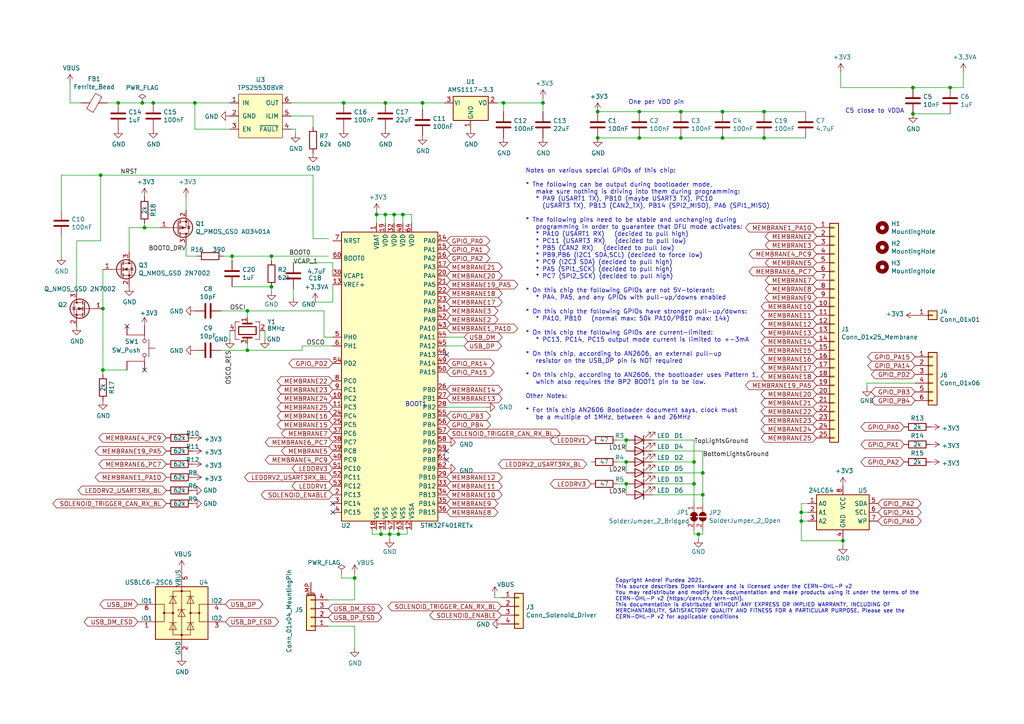
<source format=kicad_sch>
(kicad_sch (version 20221206) (generator eeschema)
  (paper "A4")
  (title_block (title "OverNumpad Controller"))
  (junction (at 29.845 89.535))
  (junction (at 44.45 29.845))
  (junction (at 185.42 40.005))
  (junction (at 197.485 40.005))
  (junction (at 209.55 32.385))
  (junction (at 78.74 83.185))
  (junction (at 122.555 29.845))
  (junction (at 181.61 133.985))
  (junction (at 146.05 29.845))
  (junction (at 116.84 62.23))
  (junction (at 221.615 40.005))
  (junction (at 275.59 25.4))
  (junction (at 203.835 143.51))
  (junction (at 67.31 74.295))
  (junction (at 29.845 107.315))
  (junction (at 173.355 40.005))
  (junction (at 203.835 137.16))
  (junction (at 181.61 140.335))
  (junction (at 99.695 29.845))
  (junction (at 41.275 29.845))
  (junction (at 110.49 154.94))
  (junction (at 78.74 74.295))
  (junction (at 232.41 151.13))
  (junction (at 201.295 140.335))
  (junction (at 197.485 32.385))
  (junction (at 111.76 62.23))
  (junction (at 157.48 29.845))
  (junction (at 115.57 154.94))
  (junction (at 201.295 133.985))
  (junction (at 185.42 32.385))
  (junction (at 71.755 90.17))
  (junction (at 244.475 156.845))
  (junction (at 109.22 62.23))
  (junction (at 181.61 127.635))
  (junction (at 221.615 32.385))
  (junction (at 71.755 101.6))
  (junction (at 209.55 40.005))
  (junction (at 114.3 62.23))
  (junction (at 56.515 29.845))
  (junction (at 202.565 154.94))
  (junction (at 111.76 29.845))
  (junction (at 232.41 148.59))
  (junction (at 173.355 32.385))
  (junction (at 34.29 29.845))
  (junction (at 264.795 25.4))
  (junction (at 264.795 33.02))
  (junction (at 41.91 66.04))
  (junction (at 102.87 167.64))
  (junction (at 29.21 50.8))
  (junction (at 113.03 154.94))
  (no_connect (at 41.91 107.315))
  (no_connect (at 96.52 148.59))
  (no_connect (at 129.54 130.81))
  (no_connect (at 129.54 102.87))
  (no_connect (at 96.52 146.05))
  (no_connect (at 129.54 133.35))
  (no_connect (at 36.83 94.615))
  (wire (pts (xy 111.76 29.845) (xy 122.555 29.845)))
  (wire (pts (xy 203.835 137.16) (xy 189.23 137.16)))
  (wire (pts (xy 22.225 84.455) (xy 22.225 69.85)))
  (wire (pts (xy 109.22 62.23) (xy 109.22 64.77)))
  (wire (pts (xy 201.295 127.635) (xy 201.295 133.985)))
  (wire (pts (xy 233.68 32.385) (xy 221.615 32.385)))
  (wire (pts (xy 93.98 90.17) (xy 93.98 97.79)))
  (wire (pts (xy 146.05 29.845) (xy 157.48 29.845)))
  (wire (pts (xy 109.22 61.595) (xy 109.22 62.23)))
  (wire (pts (xy 201.295 127.635) (xy 189.23 127.635)))
  (wire (pts (xy 44.45 29.845) (xy 56.515 29.845)))
  (wire (pts (xy 34.29 29.845) (xy 41.275 29.845)))
  (wire (pts (xy 232.41 156.845) (xy 244.475 156.845)))
  (wire (pts (xy 78.74 84.455) (xy 78.74 83.185)))
  (wire (pts (xy 107.95 154.94) (xy 107.95 153.035)))
  (wire (pts (xy 115.57 154.94) (xy 118.11 154.94)))
  (wire (pts (xy 96.52 100.33) (xy 87.63 100.33)))
  (wire (pts (xy 201.295 153.67) (xy 201.295 154.94)))
  (wire (pts (xy 232.41 148.59) (xy 232.41 151.13)))
  (wire (pts (xy 251.46 111.125) (xy 265.43 111.125)))
  (wire (pts (xy 113.03 154.94) (xy 110.49 154.94)))
  (wire (pts (xy 102.87 166.37) (xy 102.87 167.64)))
  (wire (pts (xy 78.74 74.295) (xy 95.25 74.295)))
  (wire (pts (xy 264.795 25.4) (xy 275.59 25.4)))
  (wire (pts (xy 41.91 66.04) (xy 41.91 64.77)))
  (wire (pts (xy 234.315 146.05) (xy 232.41 146.05)))
  (wire (pts (xy 102.87 181.61) (xy 95.25 181.61)))
  (wire (pts (xy 31.115 29.845) (xy 34.29 29.845)))
  (wire (pts (xy 203.835 143.51) (xy 203.835 137.16)))
  (wire (pts (xy 36.83 107.315) (xy 29.845 107.315)))
  (wire (pts (xy 144.145 29.845) (xy 146.05 29.845)))
  (wire (pts (xy 203.835 143.51) (xy 203.835 146.05)))
  (wire (pts (xy 197.485 32.385) (xy 185.42 32.385)))
  (wire (pts (xy 29.21 50.8) (xy 90.805 50.8)))
  (wire (pts (xy 119.38 64.77) (xy 119.38 62.23)))
  (wire (pts (xy 140.97 118.11) (xy 129.54 118.11)))
  (wire (pts (xy 189.23 143.51) (xy 203.835 143.51)))
  (wire (pts (xy 71.755 101.6) (xy 87.63 101.6)))
  (wire (pts (xy 181.61 137.16) (xy 181.61 133.985)))
  (wire (pts (xy 22.225 69.85) (xy 29.21 69.85)))
  (wire (pts (xy 232.41 151.13) (xy 234.315 151.13)))
  (wire (pts (xy 209.55 40.005) (xy 197.485 40.005)))
  (wire (pts (xy 85.725 37.465) (xy 85.725 38.735)))
  (wire (pts (xy 90.805 33.655) (xy 90.805 36.83)))
  (wire (pts (xy 221.615 32.385) (xy 209.55 32.385)))
  (wire (pts (xy 102.87 167.64) (xy 99.06 167.64)))
  (wire (pts (xy 129.54 97.79) (xy 134.62 97.79)))
  (wire (pts (xy 29.21 69.85) (xy 29.21 50.8)))
  (wire (pts (xy 243.84 25.4) (xy 264.795 25.4)))
  (wire (pts (xy 114.3 62.23) (xy 114.3 64.77)))
  (wire (pts (xy 78.74 75.565) (xy 78.74 74.295)))
  (wire (pts (xy 110.49 154.94) (xy 107.95 154.94)))
  (wire (pts (xy 41.91 66.04) (xy 46.355 66.04)))
  (wire (pts (xy 56.515 37.465) (xy 66.675 37.465)))
  (wire (pts (xy 90.805 69.215) (xy 95.25 69.215)))
  (wire (pts (xy 115.57 154.94) (xy 113.03 154.94)))
  (wire (pts (xy 99.06 166.37) (xy 99.06 167.64)))
  (wire (pts (xy 189.23 130.81) (xy 203.835 130.81)))
  (wire (pts (xy 64.135 90.17) (xy 71.755 90.17)))
  (wire (pts (xy 232.41 148.59) (xy 234.315 148.59)))
  (wire (pts (xy 29.845 107.315) (xy 29.845 89.535)))
  (wire (pts (xy 244.475 156.845) (xy 244.475 156.21)))
  (wire (pts (xy 264.795 33.02) (xy 275.59 33.02)))
  (wire (pts (xy 37.465 73.025) (xy 37.465 66.04)))
  (wire (pts (xy 244.475 158.115) (xy 244.475 156.845)))
  (wire (pts (xy 201.295 133.985) (xy 201.295 140.335)))
  (wire (pts (xy 53.975 57.15) (xy 53.975 60.96)))
  (wire (pts (xy 203.835 130.81) (xy 203.835 137.16)))
  (wire (pts (xy 134.62 100.33) (xy 129.54 100.33)))
  (wire (pts (xy 275.59 25.4) (xy 279.4 25.4)))
  (wire (pts (xy 29.845 108.585) (xy 29.845 107.315)))
  (wire (pts (xy 71.755 99.695) (xy 71.755 101.6)))
  (wire (pts (xy 113.03 153.035) (xy 113.03 154.94)))
  (wire (pts (xy 181.61 127.635) (xy 179.07 127.635)))
  (wire (pts (xy 37.465 66.04) (xy 41.91 66.04)))
  (wire (pts (xy 146.05 32.385) (xy 146.05 29.845)))
  (wire (pts (xy 114.3 62.23) (xy 116.84 62.23)))
  (wire (pts (xy 85.09 83.82) (xy 85.09 86.36)))
  (wire (pts (xy 243.84 25.4) (xy 243.84 20.955)))
  (wire (pts (xy 233.68 40.005) (xy 221.615 40.005)))
  (wire (pts (xy 90.805 50.8) (xy 90.805 69.215)))
  (wire (pts (xy 122.555 29.845) (xy 128.905 29.845)))
  (wire (pts (xy 111.76 62.23) (xy 111.76 64.77)))
  (wire (pts (xy 179.07 133.985) (xy 181.61 133.985)))
  (wire (pts (xy 41.275 29.845) (xy 44.45 29.845)))
  (wire (pts (xy 84.455 33.655) (xy 90.805 33.655)))
  (wire (pts (xy 181.61 130.81) (xy 181.61 127.635)))
  (wire (pts (xy 56.515 29.845) (xy 56.515 37.465)))
  (wire (pts (xy 110.49 153.035) (xy 110.49 154.94)))
  (wire (pts (xy 185.42 32.385) (xy 173.355 32.385)))
  (wire (pts (xy 181.61 143.51) (xy 181.61 140.335)))
  (wire (pts (xy 201.295 154.94) (xy 202.565 154.94)))
  (wire (pts (xy 84.455 37.465) (xy 85.725 37.465)))
  (wire (pts (xy 181.61 140.335) (xy 179.07 140.335)))
  (wire (pts (xy 96.52 87.63) (xy 96.52 82.55)))
  (wire (pts (xy 17.78 50.8) (xy 29.21 50.8)))
  (wire (pts (xy 66.675 95.885) (xy 66.675 98.425)))
  (wire (pts (xy 71.755 90.17) (xy 93.98 90.17)))
  (wire (pts (xy 279.4 25.4) (xy 279.4 20.955)))
  (wire (pts (xy 17.78 74.295) (xy 17.78 68.58)))
  (wire (pts (xy 71.755 92.075) (xy 71.755 90.17)))
  (wire (pts (xy 251.46 112.395) (xy 251.46 111.125)))
  (wire (pts (xy 96.52 76.2) (xy 85.09 76.2)))
  (wire (pts (xy 109.22 62.23) (xy 111.76 62.23)))
  (wire (pts (xy 95.25 173.99) (xy 102.87 173.99)))
  (wire (pts (xy 102.87 181.61) (xy 102.87 187.96)))
  (wire (pts (xy 143.51 173.355) (xy 145.415 173.355)))
  (wire (pts (xy 87.63 100.33) (xy 87.63 101.6)))
  (wire (pts (xy 116.84 62.23) (xy 119.38 62.23)))
  (wire (pts (xy 157.48 29.845) (xy 157.48 28.575)))
  (wire (pts (xy 20.32 29.845) (xy 23.495 29.845)))
  (wire (pts (xy 102.87 167.64) (xy 102.87 173.99)))
  (wire (pts (xy 96.52 97.79) (xy 93.98 97.79)))
  (wire (pts (xy 67.31 75.565) (xy 67.31 74.295)))
  (wire (pts (xy 84.455 29.845) (xy 99.695 29.845)))
  (wire (pts (xy 99.695 29.845) (xy 111.76 29.845)))
  (wire (pts (xy 202.565 154.94) (xy 203.835 154.94)))
  (wire (pts (xy 113.03 156.21) (xy 113.03 154.94)))
  (wire (pts (xy 53.975 74.295) (xy 53.975 71.12)))
  (wire (pts (xy 122.555 31.75) (xy 122.555 29.845)))
  (wire (pts (xy 57.15 74.295) (xy 53.975 74.295)))
  (wire (pts (xy 201.295 133.985) (xy 189.23 133.985)))
  (wire (pts (xy 232.41 146.05) (xy 232.41 148.59)))
  (wire (pts (xy 96.52 80.01) (xy 96.52 76.2)))
  (wire (pts (xy 157.48 32.385) (xy 157.48 29.845)))
  (wire (pts (xy 67.31 83.185) (xy 78.74 83.185)))
  (wire (pts (xy 202.565 156.21) (xy 202.565 154.94)))
  (wire (pts (xy 209.55 32.385) (xy 197.485 32.385)))
  (wire (pts (xy 201.295 140.335) (xy 189.23 140.335)))
  (wire (pts (xy 17.78 50.8) (xy 17.78 60.96)))
  (wire (pts (xy 91.44 87.63) (xy 96.52 87.63)))
  (wire (pts (xy 197.485 40.005) (xy 185.42 40.005)))
  (wire (pts (xy 29.845 78.105) (xy 29.845 89.535)))
  (wire (pts (xy 115.57 153.035) (xy 115.57 154.94)))
  (wire (pts (xy 64.77 74.295) (xy 67.31 74.295)))
  (wire (pts (xy 76.835 95.885) (xy 76.835 98.425)))
  (wire (pts (xy 221.615 40.005) (xy 209.55 40.005)))
  (wire (pts (xy 203.835 154.94) (xy 203.835 153.67)))
  (wire (pts (xy 143.51 172.72) (xy 143.51 173.355)))
  (wire (pts (xy 64.135 101.6) (xy 71.755 101.6)))
  (wire (pts (xy 20.32 24.13) (xy 20.32 29.845)))
  (wire (pts (xy 116.84 62.23) (xy 116.84 64.77)))
  (wire (pts (xy 118.11 154.94) (xy 118.11 153.035)))
  (wire (pts (xy 111.76 62.23) (xy 114.3 62.23)))
  (wire (pts (xy 232.41 151.13) (xy 232.41 156.845)))
  (wire (pts (xy 185.42 40.005) (xy 173.355 40.005)))
  (wire (pts (xy 67.31 74.295) (xy 78.74 74.295)))
  (wire (pts (xy 201.295 146.05) (xy 201.295 140.335)))
  (wire (pts (xy 56.515 29.845) (xy 66.675 29.845)))
  (text "C5 close to VDDA" (at 245.11 33.02 0) (effects (font (size 1.27 1.27)) (justify left bottom)))
  (text "One per VDD pin" (at 182.245 30.48 0) (effects (font (size 1.27 1.27)) (justify left bottom)))
  (text "Notes on various special GPIOs of this chip:\n\n* The following can be output during bootloader mode,\n   make sure nothing is driving into them during programming:\n   * PA9 (USART1 TX), PB10 (maybe USART3 TX), PC10\n     (USART3 TX), PB13 (CAN2_TX), PB14 (SPI2_MISO), PA6 (SPI1_MISO)\n\n* The following pins need to be stable and unchanging during\n   programming in order to guarantee that DFU mode activates:\n   * PA10 (USART1 RX)   (decided to pull high)\n   * PC11 (USART3 RX)   (decided to pull low)\n   * PB5 (CAN2 RX)   (decided to pull low)\n   * PB9,PB6 (I2C1 SDA,SCL) (decided to force low)\n   * PC9 (I2C3 SDA) (decided to pull high)\n   * PA5 (SPI1_SCK) (decided to pull high)\n   * PC7 (SPI2_SCK) (decided to pull high)\n\n* On this chip the following GPIOs are not 5V-tolerant:\n   * PA4, PA5, and any GPIOs with pull-up/downs enabled\n\n* On this chip the following GPIOs have stronger pull-up/downs:\n   * PA10, PB10   (normal max: 50k PA10/PB10 max: 14k)\n\n* On this chip the following GPIOs are current-limited:\n   * PC13, PC14, PC15 output mode current is limited to +-3mA\n\n* On this chip, according to AN2606, an external pull-up\n   resistor on the USB_DP pin is NOT required\n\n* On this chip, according to AN2606, the bootloader uses Pattern 1,\n   which also requires the BP2 BOOT1 pin to be low.\n\nOther Notes:\n\n* For this chip AN2606 Bootloader document says, clock must\n   be a multiple of 1MHz, between 4 and 26MHz\n" (at 152.4 121.92 0) (effects (font (size 1.27 1.27)) (justify left bottom)))
  (text "BOOT1" (at 117.475 118.11 0) (effects (font (size 1.27 1.27)) (justify left bottom)))
  (text "Copyright Andrei Purdea 2021.\nThis source describes Open Hardware and is licensed under the CERN-OHL-P v2\nYou may redistribute and modify this documentation and make products using it under the terms of the\nCERN-OHL-P v2 (https:/cern.ch/cern-ohl).\nThis documentation is distributed WITHOUT ANY EXPRESS OR IMPLIED WARRANTY, INCLUDING OF\nMERCHANTABILITY, SATISFACTORY QUALITY AND FITNESS FOR A PARTICULAR PURPOSE. Please see the\nCERN-OHL-P v2 for applicable conditions" (at 178.435 179.705 0) (effects (font (size 1.0922 1.0922)) (justify left bottom)))
  (label "BOOT0_DRV" (at 53.975 73.025 180))
  (label "OSCI" (at 66.675 90.17 0))
  (label "NRST" (at 34.925 50.8 0))
  (label "LD3R" (at 181.61 143.51 180))
  (label "LD2R" (at 181.61 137.16 180))
  (label "LD1R" (at 181.61 130.81 180))
  (label "TopLightsGround" (at 201.295 128.905 0))
  (label "VCAP_1" (at 85.09 76.835 0))
  (label "BottomLightsGround" (at 203.835 132.715 0))
  (label "OSCO" (at 88.9 100.33 0))
  (label "OSCO_RES" (at 67.31 101.6 270))
  (label "BOOT0" (at 83.82 74.295 0))
  (global_label "MEMBRANE10" (shape bidirectional) (at 129.54 143.51 0) (property "Intersheetrefs" "${INTERSHEET_REFS}" (effects hide)))
  (global_label "USB_DP" (shape bidirectional) (at 134.62 100.33 0) (property "Intersheetrefs" "${INTERSHEET_REFS}" (effects hide)))
  (global_label "MEMBRANE3" (shape bidirectional) (at 236.855 71.12 180) (property "Intersheetrefs" "${INTERSHEET_REFS}" (effects hide)))
  (global_label "MEMBRANE6_PC7" (shape bidirectional) (at 96.52 128.27 180) (property "Intersheetrefs" "${INTERSHEET_REFS}" (effects hide)))
  (global_label "MEMBRANE24" (shape bidirectional) (at 236.855 124.46 180) (property "Intersheetrefs" "${INTERSHEET_REFS}" (effects hide)))
  (global_label "USB_DP" (shape bidirectional) (at 65.405 175.26 0) (property "Intersheetrefs" "${INTERSHEET_REFS}" (effects hide)))
  (global_label "MEMBRANE1_PA10" (shape bidirectional) (at 236.855 66.04 180) (property "Intersheetrefs" "${INTERSHEET_REFS}" (effects hide)))
  (global_label "SOLENOID_TRIGGER_CAN_RX_BL" (shape bidirectional) (at 129.54 125.73 0) (property "Intersheetrefs" "${INTERSHEET_REFS}" (effects hide)))
  (global_label "MEMBRANE5" (shape bidirectional) (at 236.855 76.2 180) (property "Intersheetrefs" "${INTERSHEET_REFS}" (effects hide)))
  (global_label "GPIO_PA2" (shape bidirectional) (at 262.255 133.985 180) (property "Intersheetrefs" "${INTERSHEET_REFS}" (effects hide)))
  (global_label "USB_DP_ESD" (shape bidirectional) (at 95.25 179.07 0) (property "Intersheetrefs" "${INTERSHEET_REFS}" (effects hide)))
  (global_label "GPIO_PB3" (shape bidirectional) (at 129.54 120.65 0) (property "Intersheetrefs" "${INTERSHEET_REFS}" (effects hide)))
  (global_label "LEDDRV2_USART3RX_BL" (shape bidirectional) (at 170.18 134.62 180) (property "Intersheetrefs" "${INTERSHEET_REFS}" (effects hide)))
  (global_label "MEMBRANE19_PA5" (shape bidirectional) (at 129.54 82.55 0) (property "Intersheetrefs" "${INTERSHEET_REFS}" (effects hide)))
  (global_label "MEMBRANE17" (shape bidirectional) (at 129.54 87.63 0) (property "Intersheetrefs" "${INTERSHEET_REFS}" (effects hide)))
  (global_label "MEMBRANE18" (shape bidirectional) (at 236.855 109.22 180) (property "Intersheetrefs" "${INTERSHEET_REFS}" (effects hide)))
  (global_label "MEMBRANE20" (shape bidirectional) (at 129.54 80.01 0) (property "Intersheetrefs" "${INTERSHEET_REFS}" (effects hide)))
  (global_label "GPIO_PA0" (shape bidirectional) (at 254.635 151.13 0) (property "Intersheetrefs" "${INTERSHEET_REFS}" (effects hide)))
  (global_label "MEMBRANE22" (shape bidirectional) (at 236.855 119.38 180) (property "Intersheetrefs" "${INTERSHEET_REFS}" (effects hide)))
  (global_label "USB_DM" (shape bidirectional) (at 40.005 175.26 180) (property "Intersheetrefs" "${INTERSHEET_REFS}" (effects hide)))
  (global_label "MEMBRANE6_PC7" (shape bidirectional) (at 48.26 134.62 180) (property "Intersheetrefs" "${INTERSHEET_REFS}" (effects hide)))
  (global_label "MEMBRANE21" (shape bidirectional) (at 129.54 77.47 0) (property "Intersheetrefs" "${INTERSHEET_REFS}" (effects hide)))
  (global_label "MEMBRANE9" (shape bidirectional) (at 236.855 86.36 180) (property "Intersheetrefs" "${INTERSHEET_REFS}" (effects hide)))
  (global_label "SOLENOID_ENABLE" (shape bidirectional) (at 145.415 178.435 180) (property "Intersheetrefs" "${INTERSHEET_REFS}" (effects hide)))
  (global_label "MEMBRANE14" (shape bidirectional) (at 236.855 99.06 180) (property "Intersheetrefs" "${INTERSHEET_REFS}" (effects hide)))
  (global_label "MEMBRANE1_PA10" (shape bidirectional) (at 129.54 95.25 0) (property "Intersheetrefs" "${INTERSHEET_REFS}" (effects hide)))
  (global_label "MEMBRANE17" (shape bidirectional) (at 236.855 106.68 180) (property "Intersheetrefs" "${INTERSHEET_REFS}" (effects hide)))
  (global_label "GPIO_PA15" (shape bidirectional) (at 265.43 103.505 180) (property "Intersheetrefs" "${INTERSHEET_REFS}" (effects hide)))
  (global_label "MEMBRANE13" (shape bidirectional) (at 236.855 96.52 180) (property "Intersheetrefs" "${INTERSHEET_REFS}" (effects hide)))
  (global_label "GPIO_PA0" (shape bidirectional) (at 129.54 69.85 0) (property "Intersheetrefs" "${INTERSHEET_REFS}" (effects hide)))
  (global_label "LEDDRV2_USART3RX_BL" (shape bidirectional) (at 96.52 138.43 180) (property "Intersheetrefs" "${INTERSHEET_REFS}" (effects hide)))
  (global_label "MEMBRANE25" (shape bidirectional) (at 236.855 127 180) (property "Intersheetrefs" "${INTERSHEET_REFS}" (effects hide)))
  (global_label "MEMBRANE1_PA10" (shape bidirectional) (at 48.26 138.43 180) (property "Intersheetrefs" "${INTERSHEET_REFS}" (effects hide)))
  (global_label "GPIO_PA14" (shape bidirectional) (at 265.43 106.045 180) (property "Intersheetrefs" "${INTERSHEET_REFS}" (effects hide)))
  (global_label "LEDDRV3" (shape bidirectional) (at 171.45 140.335 180) (property "Intersheetrefs" "${INTERSHEET_REFS}" (effects hide)))
  (global_label "MEMBRANE21" (shape bidirectional) (at 236.855 116.84 180) (property "Intersheetrefs" "${INTERSHEET_REFS}" (effects hide)))
  (global_label "MEMBRANE15" (shape bidirectional) (at 96.52 123.19 180) (property "Intersheetrefs" "${INTERSHEET_REFS}" (effects hide)))
  (global_label "MEMBRANE2" (shape bidirectional) (at 129.54 92.71 0) (property "Intersheetrefs" "${INTERSHEET_REFS}" (effects hide)))
  (global_label "MEMBRANE19_PA5" (shape bidirectional) (at 236.855 111.76 180) (property "Intersheetrefs" "${INTERSHEET_REFS}" (effects hide)))
  (global_label "MEMBRANE14" (shape bidirectional) (at 129.54 113.03 0) (property "Intersheetrefs" "${INTERSHEET_REFS}" (effects hide)))
  (global_label "MEMBRANE8" (shape bidirectional) (at 236.855 83.82 180) (property "Intersheetrefs" "${INTERSHEET_REFS}" (effects hide)))
  (global_label "GPIO_PB4" (shape bidirectional) (at 129.54 123.19 0) (property "Intersheetrefs" "${INTERSHEET_REFS}" (effects hide)))
  (global_label "MEMBRANE24" (shape bidirectional) (at 96.52 115.57 180) (property "Intersheetrefs" "${INTERSHEET_REFS}" (effects hide)))
  (global_label "GPIO_PA2" (shape bidirectional) (at 129.54 74.93 0) (property "Intersheetrefs" "${INTERSHEET_REFS}" (effects hide)))
  (global_label "GPIO_PD2" (shape bidirectional) (at 265.43 108.585 180) (property "Intersheetrefs" "${INTERSHEET_REFS}" (effects hide)))
  (global_label "MEMBRANE16" (shape bidirectional) (at 236.855 104.14 180) (property "Intersheetrefs" "${INTERSHEET_REFS}" (effects hide)))
  (global_label "MEMBRANE11" (shape bidirectional) (at 129.54 140.97 0) (property "Intersheetrefs" "${INTERSHEET_REFS}" (effects hide)))
  (global_label "LEDDRV3" (shape bidirectional) (at 96.52 135.89 180) (property "Intersheetrefs" "${INTERSHEET_REFS}" (effects hide)))
  (global_label "GPIO_PB4" (shape bidirectional) (at 265.43 116.205 180) (property "Intersheetrefs" "${INTERSHEET_REFS}" (effects hide)))
  (global_label "MEMBRANE23" (shape bidirectional) (at 96.52 113.03 180) (property "Intersheetrefs" "${INTERSHEET_REFS}" (effects hide)))
  (global_label "MEMBRANE12" (shape bidirectional) (at 236.855 93.98 180) (property "Intersheetrefs" "${INTERSHEET_REFS}" (effects hide)))
  (global_label "SOLENOID_ENABLE" (shape bidirectional) (at 96.52 143.51 180) (property "Intersheetrefs" "${INTERSHEET_REFS}" (effects hide)))
  (global_label "MEMBRANE7" (shape bidirectional) (at 236.855 81.28 180) (property "Intersheetrefs" "${INTERSHEET_REFS}" (effects hide)))
  (global_label "MEMBRANE4_PC9" (shape bidirectional) (at 48.26 127 180) (property "Intersheetrefs" "${INTERSHEET_REFS}" (effects hide)))
  (global_label "SOLENOID_TRIGGER_CAN_RX_BL" (shape bidirectional) (at 48.26 146.05 180) (property "Intersheetrefs" "${INTERSHEET_REFS}" (effects hide)))
  (global_label "LEDDRV2_USART3RX_BL" (shape bidirectional) (at 48.26 142.24 180) (property "Intersheetrefs" "${INTERSHEET_REFS}" (effects hide)))
  (global_label "MEMBRANE22" (shape bidirectional) (at 96.52 110.49 180) (property "Intersheetrefs" "${INTERSHEET_REFS}" (effects hide)))
  (global_label "GPIO_PD2" (shape bidirectional) (at 96.52 105.41 180) (property "Intersheetrefs" "${INTERSHEET_REFS}" (effects hide)))
  (global_label "USB_DM_ESD" (shape bidirectional) (at 95.25 176.53 0) (property "Intersheetrefs" "${INTERSHEET_REFS}" (effects hide)))
  (global_label "LEDDRV1" (shape bidirectional) (at 171.45 127.635 180) (property "Intersheetrefs" "${INTERSHEET_REFS}" (effects hide)))
  (global_label "MEMBRANE5" (shape bidirectional) (at 96.52 130.81 180) (property "Intersheetrefs" "${INTERSHEET_REFS}" (effects hide)))
  (global_label "USB_DM_ESD" (shape bidirectional) (at 40.005 180.34 180) (property "Intersheetrefs" "${INTERSHEET_REFS}" (effects hide)))
  (global_label "MEMBRANE10" (shape bidirectional) (at 236.855 88.9 180) (property "Intersheetrefs" "${INTERSHEET_REFS}" (effects hide)))
  (global_label "MEMBRANE2" (shape bidirectional) (at 236.855 68.58 180) (property "Intersheetrefs" "${INTERSHEET_REFS}" (effects hide)))
  (global_label "MEMBRANE11" (shape bidirectional) (at 236.855 91.44 180) (property "Intersheetrefs" "${INTERSHEET_REFS}" (effects hide)))
  (global_label "USB_DM" (shape bidirectional) (at 134.62 97.79 0) (property "Intersheetrefs" "${INTERSHEET_REFS}" (effects hide)))
  (global_label "SOLENOID_TRIGGER_CAN_RX_BL" (shape bidirectional) (at 145.415 175.895 180) (property "Intersheetrefs" "${INTERSHEET_REFS}" (effects hide)))
  (global_label "GPIO_PA1" (shape bidirectional) (at 129.54 72.39 0) (property "Intersheetrefs" "${INTERSHEET_REFS}" (effects hide)))
  (global_label "GPIO_PA15" (shape bidirectional) (at 129.54 107.95 0) (property "Intersheetrefs" "${INTERSHEET_REFS}" (effects hide)))
  (global_label "MEMBRANE23" (shape bidirectional) (at 236.855 121.92 180) (property "Intersheetrefs" "${INTERSHEET_REFS}" (effects hide)))
  (global_label "USB_DP_ESD" (shape bidirectional) (at 65.405 180.34 0) (property "Intersheetrefs" "${INTERSHEET_REFS}" (effects hide)))
  (global_label "MEMBRANE8" (shape bidirectional) (at 129.54 148.59 0) (property "Intersheetrefs" "${INTERSHEET_REFS}" (effects hide)))
  (global_label "GPIO_PA1" (shape bidirectional) (at 254.635 148.59 0) (property "Intersheetrefs" "${INTERSHEET_REFS}" (effects hide)))
  (global_label "MEMBRANE25" (shape bidirectional) (at 96.52 118.11 180) (property "Intersheetrefs" "${INTERSHEET_REFS}" (effects hide)))
  (global_label "LEDDRV1" (shape bidirectional) (at 96.52 140.97 180) (property "Intersheetrefs" "${INTERSHEET_REFS}" (effects hide)))
  (global_label "MEMBRANE16" (shape bidirectional) (at 96.52 120.65 180) (property "Intersheetrefs" "${INTERSHEET_REFS}" (effects hide)))
  (global_label "MEMBRANE20" (shape bidirectional) (at 236.855 114.3 180) (property "Intersheetrefs" "${INTERSHEET_REFS}" (effects hide)))
  (global_label "GPIO_PA1" (shape bidirectional) (at 262.255 128.905 180) (property "Intersheetrefs" "${INTERSHEET_REFS}" (effects hide)))
  (global_label "MEMBRANE15" (shape bidirectional) (at 236.855 101.6 180) (property "Intersheetrefs" "${INTERSHEET_REFS}" (effects hide)))
  (global_label "MEMBRANE13" (shape bidirectional) (at 129.54 115.57 0) (property "Intersheetrefs" "${INTERSHEET_REFS}" (effects hide)))
  (global_label "GPIO_PB3" (shape bidirectional) (at 265.43 113.665 180) (property "Intersheetrefs" "${INTERSHEET_REFS}" (effects hide)))
  (global_label "MEMBRANE19_PA5" (shape bidirectional) (at 48.26 130.81 180) (property "Intersheetrefs" "${INTERSHEET_REFS}" (effects hide)))
  (global_label "MEMBRANE7" (shape bidirectional) (at 96.52 125.73 180) (property "Intersheetrefs" "${INTERSHEET_REFS}" (effects hide)))
  (global_label "MEMBRANE12" (shape bidirectional) (at 129.54 138.43 0) (property "Intersheetrefs" "${INTERSHEET_REFS}" (effects hide)))
  (global_label "MEMBRANE6_PC7" (shape bidirectional) (at 236.855 78.74 180) (property "Intersheetrefs" "${INTERSHEET_REFS}" (effects hide)))
  (global_label "MEMBRANE4_PC9" (shape bidirectional) (at 96.52 133.35 180) (property "Intersheetrefs" "${INTERSHEET_REFS}" (effects hide)))
  (global_label "GPIO_PA14" (shape bidirectional) (at 129.54 105.41 0) (property "Intersheetrefs" "${INTERSHEET_REFS}" (effects hide)))
  (global_label "MEMBRANE18" (shape bidirectional) (at 129.54 85.09 0) (property "Intersheetrefs" "${INTERSHEET_REFS}" (effects hide)))
  (global_label "MEMBRANE3" (shape bidirectional) (at 129.54 90.17 0) (property "Intersheetrefs" "${INTERSHEET_REFS}" (effects hide)))
  (global_label "MEMBRANE4_PC9" (shape bidirectional) (at 236.855 73.66 180) (property "Intersheetrefs" "${INTERSHEET_REFS}" (effects hide)))
  (global_label "MEMBRANE9" (shape bidirectional) (at 129.54 146.05 0) (property "Intersheetrefs" "${INTERSHEET_REFS}" (effects hide)))
  (global_label "GPIO_PA0" (shape bidirectional) (at 262.255 123.825 180) (property "Intersheetrefs" "${INTERSHEET_REFS}" (effects hide)))
  (global_label "GPIO_PA2" (shape bidirectional) (at 254.635 146.05 0) (property "Intersheetrefs" "${INTERSHEET_REFS}" (effects hide)))
  (symbol (lib_id "controller-rescue:Conn_01x25-Connector_Generic") (at 241.935 96.52 0) (unit 1)
    (property "Reference" "J1" (at 243.967 95.4532 0) (effects (justify left)))
    (property "Value" "Conn_01x25_Membrane" (at 243.967 97.7646 0) (effects (justify left)))
    (property "Footprint" "controller:membrane_connector" (effects hide))
  )
  (symbol (lib_id "controller-rescue:AMS1117-3.3-Regulator_Linear") (at 136.525 29.845 0) (unit 1)
    (property "Reference" "U1" (at 136.525 23.6982 0))
    (property "Value" "AMS1117-3.3" (at 136.525 26.0096 0))
    (property "Footprint" "Package_TO_SOT_SMD:SOT-223-3_TabPin2" (effects hide))
    (property "Datasheet" "http://www.advanced-monolithic.com/pdf/ds1117.pdf" (effects hide))
    (property "LCSC" "C6186" (effects hide))
  )
  (symbol (lib_id "controller-rescue:Ferrite_Bead-Device") (at 27.305 29.845 270) (unit 1)
    (property "Reference" "FB1" (at 27.305 22.8854 90))
    (property "Value" "Ferrite_Bead" (at 27.305 25.1968 90))
    (property "Footprint" "Inductor_SMD:L_0805_2012Metric_Pad1.15x1.40mm_HandSolder" (effects hide))
    (property "Datasheet" "https://datasheet.lcsc.com/szlcsc/Sunlord-GZ2012D101TF_C1015.pdf" (effects hide))
    (property "LCSC" "C1015" (effects hide))
  )
  (symbol (lib_id "Device:R") (at 175.26 127.635 270) (unit 1)
    (property "Reference" "R3" (at 179.705 126.365 90))
    (property "Value" "47" (at 175.26 127.635 90))
    (property "Footprint" "Resistor_SMD:R_0805_2012Metric_Pad1.15x1.40mm_HandSolder" (effects hide))
    (property "LCSC" "C17714" (effects hide))
  )
  (symbol (lib_id "controller-rescue:+3.3V-power") (at 109.22 61.595 0) (unit 1)
    (property "Reference" "#PWR01" (effects hide))
    (property "Value" "+3.3V" (at 109.601 57.2008 0))
  )
  (symbol (lib_id "Device:R") (at 175.26 133.985 270) (unit 1)
    (property "Reference" "R4" (at 179.705 132.715 90))
    (property "Value" "47" (at 175.26 133.985 90))
    (property "Footprint" "Resistor_SMD:R_0805_2012Metric_Pad1.15x1.40mm_HandSolder" (effects hide))
    (property "LCSC" "C17714" (effects hide))
  )
  (symbol (lib_id "Device:R") (at 175.26 140.335 270) (unit 1)
    (property "Reference" "R5" (at 179.705 139.065 90))
    (property "Value" "47" (at 175.26 140.335 90))
    (property "Footprint" "Resistor_SMD:R_0805_2012Metric_Pad1.15x1.40mm_HandSolder" (effects hide))
    (property "LCSC" "C17714" (effects hide))
  )
  (symbol (lib_id "Device:LED") (at 185.42 127.635 180) (unit 1)
    (property "Reference" "D1" (at 196.85 126.365 0))
    (property "Value" "LED" (at 192.405 126.365 0))
    (property "Footprint" "LED_SMD:LED_0805_2012Metric_Pad1.15x1.40mm_HandSolder" (effects hide))
    (property "Datasheet" "https://datasheet.lcsc.com/szlcsc/Hubei-KENTO-Elec-17-21SUYC-TR8_C2296.pdf" (effects hide))
    (property "LCSC" "C2296" (effects hide))
  )
  (symbol (lib_id "Device:C") (at 173.355 36.195 0) (unit 1)
    (property "Reference" "C1" (at 176.276 35.0266 0) (effects (justify left)))
    (property "Value" "100nF" (at 176.276 37.338 0) (effects (justify left)))
    (property "Footprint" "Capacitor_SMD:C_0805_2012Metric_Pad1.15x1.40mm_HandSolder" (effects hide))
    (property "LCSC" "C49678" (effects hide))
  )
  (symbol (lib_id "controller-rescue:+3.3V-power") (at 173.355 32.385 0) (unit 1)
    (property "Reference" "#PWR02" (effects hide))
    (property "Value" "+3.3V" (at 173.736 27.9908 0))
  )
  (symbol (lib_id "controller-rescue:GND-power") (at 173.355 40.005 0) (unit 1)
    (property "Reference" "#PWR03" (effects hide))
    (property "Value" "GND" (at 173.482 44.3992 0))
  )
  (symbol (lib_id "Device:C") (at 185.42 36.195 0) (unit 1)
    (property "Reference" "C2" (at 188.341 35.0266 0) (effects (justify left)))
    (property "Value" "100nF" (at 188.341 37.338 0) (effects (justify left)))
    (property "Footprint" "Capacitor_SMD:C_0805_2012Metric_Pad1.15x1.40mm_HandSolder" (effects hide))
    (property "LCSC" "C49678" (effects hide))
  )
  (symbol (lib_id "Device:C") (at 197.485 36.195 0) (unit 1)
    (property "Reference" "C3" (at 200.406 35.0266 0) (effects (justify left)))
    (property "Value" "100nF" (at 200.406 37.338 0) (effects (justify left)))
    (property "Footprint" "Capacitor_SMD:C_0805_2012Metric_Pad1.15x1.40mm_HandSolder" (effects hide))
    (property "LCSC" "C49678" (effects hide))
  )
  (symbol (lib_id "Device:C") (at 209.55 36.195 0) (unit 1)
    (property "Reference" "C4" (at 212.471 35.0266 0) (effects (justify left)))
    (property "Value" "100nF" (at 212.471 37.338 0) (effects (justify left)))
    (property "Footprint" "Capacitor_SMD:C_0805_2012Metric_Pad1.15x1.40mm_HandSolder" (effects hide))
    (property "LCSC" "C49678" (effects hide))
  )
  (symbol (lib_id "Device:LED") (at 185.42 133.985 180) (unit 1)
    (property "Reference" "D2" (at 196.85 132.715 0))
    (property "Value" "LED" (at 192.405 132.715 0))
    (property "Footprint" "LED_SMD:LED_0805_2012Metric_Pad1.15x1.40mm_HandSolder" (effects hide))
    (property "Datasheet" "https://datasheet.lcsc.com/szlcsc/Hubei-KENTO-Elec-17-21SUYC-TR8_C2296.pdf" (effects hide))
    (property "LCSC" "C2296" (effects hide))
  )
  (symbol (lib_id "Device:LED") (at 185.42 140.335 180) (unit 1)
    (property "Reference" "D3" (at 196.85 139.065 0))
    (property "Value" "LED" (at 192.405 139.065 0))
    (property "Footprint" "LED_SMD:LED_0805_2012Metric_Pad1.15x1.40mm_HandSolder" (effects hide))
    (property "Datasheet" "https://datasheet.lcsc.com/szlcsc/Hubei-KENTO-Elec-17-21SUYC-TR8_C2296.pdf" (effects hide))
    (property "LCSC" "C2296" (effects hide))
  )
  (symbol (lib_id "controller-rescue:+3.3V-power") (at 243.84 20.955 0) (unit 1)
    (property "Reference" "#PWR04" (effects hide))
    (property "Value" "+3.3V" (at 244.221 16.5608 0))
  )
  (symbol (lib_id "Device:C") (at 264.795 29.21 0) (unit 1)
    (property "Reference" "C5" (at 267.716 28.0416 0) (effects (justify left)))
    (property "Value" "10nF" (at 267.716 30.353 0) (effects (justify left)))
    (property "Footprint" "Capacitor_SMD:C_0805_2012Metric_Pad1.15x1.40mm_HandSolder" (effects hide))
    (property "LCSC" "C1710" (effects hide))
  )
  (symbol (lib_id "Device:C") (at 275.59 29.21 0) (unit 1)
    (property "Reference" "C6" (at 278.511 28.0416 0) (effects (justify left)))
    (property "Value" "1uF" (at 278.511 30.353 0) (effects (justify left)))
    (property "Footprint" "Capacitor_SMD:C_0805_2012Metric_Pad1.15x1.40mm_HandSolder" (effects hide))
    (property "LCSC" "C28323" (effects hide))
  )
  (symbol (lib_id "controller-rescue:GND-power") (at 264.795 33.02 0) (unit 1)
    (property "Reference" "#PWR05" (effects hide))
    (property "Value" "GND" (at 264.922 37.4142 0))
  )
  (symbol (lib_id "controller-rescue:+3.3VA-power") (at 279.4 20.955 0) (unit 1)
    (property "Reference" "#PWR06" (effects hide))
    (property "Value" "+3.3VA" (at 279.781 16.5608 0))
  )
  (symbol (lib_id "controller-rescue:+3.3VA-power") (at 91.44 87.63 0) (unit 1)
    (property "Reference" "#PWR012" (effects hide))
    (property "Value" "+3.3VA" (at 91.821 83.2358 0))
  )
  (symbol (lib_id "controller-rescue:GND-power") (at 113.03 156.21 0) (unit 1)
    (property "Reference" "#PWR011" (effects hide))
    (property "Value" "GND" (at 113.03 160.02 0))
  )
  (symbol (lib_id "controller-rescue:GND-power") (at 136.525 37.465 0) (unit 1)
    (property "Reference" "#PWR09" (effects hide))
    (property "Value" "GND" (at 136.652 41.8592 0))
  )
  (symbol (lib_id "controller-rescue:+3.3V-power") (at 157.48 28.575 0) (unit 1)
    (property "Reference" "#PWR010" (effects hide))
    (property "Value" "+3.3V" (at 157.861 24.1808 0))
  )
  (symbol (lib_id "controller-rescue:VBUS-power") (at 20.32 24.13 0) (unit 1)
    (property "Reference" "#PWR08" (effects hide))
    (property "Value" "VBUS" (at 20.701 19.7358 0))
  )
  (symbol (lib_id "Device:C") (at 233.68 36.195 0) (unit 1)
    (property "Reference" "C7" (at 236.601 35.0266 0) (effects (justify left)))
    (property "Value" "4.7uF" (at 236.601 37.338 0) (effects (justify left)))
    (property "Footprint" "Capacitor_SMD:C_0805_2012Metric_Pad1.15x1.40mm_HandSolder" (effects hide))
    (property "LCSC" "C1779" (effects hide))
  )
  (symbol (lib_id "Device:R") (at 78.74 79.375 0) (unit 1)
    (property "Reference" "R2" (at 80.518 78.2066 0) (effects (justify left)))
    (property "Value" "62k" (at 80.518 80.518 0) (effects (justify left)))
    (property "Footprint" "Resistor_SMD:R_0805_2012Metric_Pad1.15x1.40mm_HandSolder" (effects hide))
    (property "LCSC" "C17783" (effects hide))
  )
  (symbol (lib_id "controller-rescue:GND-power") (at 78.74 84.455 0) (unit 1)
    (property "Reference" "#PWR016" (effects hide))
    (property "Value" "GND" (at 78.74 88.265 0))
  )
  (symbol (lib_id "controller-rescue:+3.3V-power") (at 41.91 57.15 0) (unit 1)
    (property "Reference" "#PWR015" (effects hide))
    (property "Value" "+3.3V" (at 42.291 52.7558 0))
  )
  (symbol (lib_id "Device:C") (at 60.325 90.17 270) (unit 1)
    (property "Reference" "C8" (at 60.325 83.7692 90))
    (property "Value" "10pF" (at 60.325 86.0806 90))
    (property "Footprint" "Capacitor_SMD:C_0805_2012Metric_Pad1.15x1.40mm_HandSolder" (effects hide))
    (property "LCSC" "C1785" (effects hide))
  )
  (symbol (lib_id "Device:C") (at 60.325 101.6 270) (unit 1)
    (property "Reference" "C9" (at 60.325 95.1992 90))
    (property "Value" "10pF" (at 60.325 97.5106 90))
    (property "Footprint" "Capacitor_SMD:C_0805_2012Metric_Pad1.15x1.40mm_HandSolder" (effects hide))
    (property "LCSC" "C1785" (effects hide))
  )
  (symbol (lib_id "controller-rescue:GND-power") (at 56.515 90.17 270) (unit 1)
    (property "Reference" "#PWR013" (effects hide))
    (property "Value" "GND" (at 53.2638 90.297 90) (effects (justify right)))
  )
  (symbol (lib_id "controller-rescue:GND-power") (at 56.515 101.6 270) (unit 1)
    (property "Reference" "#PWR014" (effects hide))
    (property "Value" "GND" (at 53.2638 101.727 90) (effects (justify right)))
  )
  (symbol (lib_id "Device:C") (at 17.78 64.77 180) (unit 1)
    (property "Reference" "C10" (at 20.701 63.6016 0) (effects (justify right)))
    (property "Value" "100nF" (at 20.701 65.913 0) (effects (justify right)))
    (property "Footprint" "Capacitor_SMD:C_0805_2012Metric_Pad1.15x1.40mm_HandSolder" (effects hide))
    (property "LCSC" "C49678" (effects hide))
  )
  (symbol (lib_id "controller-rescue:GND-power") (at 17.78 74.295 0) (unit 1)
    (property "Reference" "#PWR017" (effects hide))
    (property "Value" "GND" (at 17.907 78.6892 0))
  )
  (symbol (lib_id "controller-rescue:Conn_01x06-Connector_Generic") (at 270.51 108.585 0) (unit 1)
    (property "Reference" "J6" (at 272.542 108.7882 0) (effects (justify left)))
    (property "Value" "Conn_01x06" (at 272.542 111.0996 0) (effects (justify left)))
    (property "Footprint" "Connector_PinHeader_1.27mm:PinHeader_1x06_P1.27mm_Vertical" (effects hide))
  )
  (symbol (lib_id "controller-rescue:GND-power") (at 251.46 112.395 0) (unit 1)
    (property "Reference" "#PWR0110" (effects hide))
    (property "Value" "GND" (at 251.46 116.205 0))
  )
  (symbol (lib_id "Device:Crystal_GND24") (at 71.755 95.885 270) (unit 1)
    (property "Reference" "Y1" (at 77.47 93.345 90) (effects (justify left)))
    (property "Value" "8MHz" (at 77.47 95.25 90) (effects (justify left)))
    (property "Footprint" "Crystal:Crystal_SMD_3225-4Pin_3.2x2.5mm_HandSoldering" (effects hide))
    (property "Datasheet" "https://datasheet.lcsc.com/szlcsc/Yangxing-Tech-X322516MLB4SI_C13738.pdf" (effects hide))
    (property "LCSC" "C389817" (effects hide))
  )
  (symbol (lib_id "controller-rescue:GND-power") (at 66.675 98.425 0) (unit 1)
    (property "Reference" "#PWR021" (effects hide))
    (property "Value" "GND" (at 64.135 98.425 0))
  )
  (symbol (lib_id "controller-rescue:GND-power") (at 76.835 98.425 0) (unit 1)
    (property "Reference" "#PWR022" (effects hide))
    (property "Value" "GND" (at 79.375 98.425 0))
  )
  (symbol (lib_id "Device:C") (at 122.555 35.56 0) (unit 1)
    (property "Reference" "C11" (at 125.476 34.3916 0) (effects (justify left)))
    (property "Value" "100nF" (at 125.476 36.703 0) (effects (justify left)))
    (property "Footprint" "Capacitor_SMD:C_0805_2012Metric_Pad1.15x1.40mm_HandSolder" (effects hide))
    (property "LCSC" "C49678" (effects hide))
  )
  (symbol (lib_id "Device:C") (at 146.05 36.195 0) (unit 1)
    (property "Reference" "C12" (at 148.971 35.0266 0) (effects (justify left)))
    (property "Value" "100nF" (at 148.971 37.338 0) (effects (justify left)))
    (property "Footprint" "Capacitor_SMD:C_0805_2012Metric_Pad1.15x1.40mm_HandSolder" (effects hide))
    (property "LCSC" "C49678" (effects hide))
  )
  (symbol (lib_id "controller-rescue:GND-power") (at 146.05 40.005 0) (unit 1)
    (property "Reference" "#PWR020" (effects hide))
    (property "Value" "GND" (at 146.177 44.3992 0))
  )
  (symbol (lib_id "controller-rescue:GND-power") (at 122.555 39.37 0) (unit 1)
    (property "Reference" "#PWR019" (effects hide))
    (property "Value" "GND" (at 122.682 43.7642 0))
  )
  (symbol (lib_id "Device:C") (at 157.48 36.195 0) (unit 1)
    (property "Reference" "C13" (at 160.401 35.0266 0) (effects (justify left)))
    (property "Value" "22uF" (at 160.401 37.338 0) (effects (justify left)))
    (property "Footprint" "Capacitor_SMD:C_0805_2012Metric_Pad1.15x1.40mm_HandSolder" (effects hide))
    (property "LCSC" "C45783" (effects hide))
  )
  (symbol (lib_id "controller-rescue:GND-power") (at 157.48 40.005 0) (unit 1)
    (property "Reference" "#PWR028" (effects hide))
    (property "Value" "GND" (at 157.607 44.3992 0))
  )
  (symbol (lib_id "tps2553dbvr:TPS2553DBVR") (at 75.565 33.655 0) (unit 1)
    (property "Reference" "U3" (at 75.565 23.114 0))
    (property "Value" "TPS2553DBVR" (at 75.565 25.4254 0))
    (property "Footprint" "Package_TO_SOT_SMD:SOT-23-6_Handsoldering" (effects hide))
    (property "Datasheet" "https://datasheet.lcsc.com/szlcsc/Texas-Instruments-TI-TPS2553DBVR_C55266.pdf" (effects hide))
    (property "LCSC" "C55266" (effects hide))
  )
  (symbol (lib_id "Device:C") (at 44.45 33.655 0) (unit 1)
    (property "Reference" "C15" (at 47.371 32.4866 0) (effects (justify left)))
    (property "Value" "100nF" (at 47.371 34.798 0) (effects (justify left)))
    (property "Footprint" "Capacitor_SMD:C_0805_2012Metric_Pad1.15x1.40mm_HandSolder" (effects hide))
    (property "LCSC" "C49678" (effects hide))
  )
  (symbol (lib_id "Device:C") (at 34.29 33.655 0) (unit 1)
    (property "Reference" "C14" (at 37.211 32.4866 0) (effects (justify left)))
    (property "Value" "1uF" (at 37.211 34.798 0) (effects (justify left)))
    (property "Footprint" "Capacitor_SMD:C_0805_2012Metric_Pad1.15x1.40mm_HandSolder" (effects hide))
    (property "LCSC" "C28323" (effects hide))
  )
  (symbol (lib_id "controller-rescue:GND-power") (at 34.29 37.465 0) (unit 1)
    (property "Reference" "#PWR023" (effects hide))
    (property "Value" "GND" (at 34.417 41.8592 0))
  )
  (symbol (lib_id "controller-rescue:GND-power") (at 44.45 37.465 0) (unit 1)
    (property "Reference" "#PWR024" (effects hide))
    (property "Value" "GND" (at 44.577 41.8592 0))
  )
  (symbol (lib_id "controller-rescue:GND-power") (at 66.675 33.655 270) (unit 1)
    (property "Reference" "#PWR025" (effects hide))
    (property "Value" "GND" (at 63.4238 33.782 90) (effects (justify right)))
  )
  (symbol (lib_id "Device:R") (at 90.805 40.64 0) (unit 1)
    (property "Reference" "R7" (at 92.583 39.4716 0) (effects (justify left)))
    (property "Value" "62k" (at 92.583 41.783 0) (effects (justify left)))
    (property "Footprint" "Resistor_SMD:R_0805_2012Metric_Pad1.15x1.40mm_HandSolder" (effects hide))
    (property "LCSC" "C17783" (effects hide))
  )
  (symbol (lib_id "controller-rescue:GND-power") (at 85.725 38.735 0) (unit 1)
    (property "Reference" "#PWR026" (effects hide))
    (property "Value" "GND" (at 85.852 43.1292 0))
  )
  (symbol (lib_id "controller-rescue:GND-power") (at 90.805 44.45 0) (unit 1)
    (property "Reference" "#PWR027" (effects hide))
    (property "Value" "GND" (at 90.932 48.8442 0))
  )
  (symbol (lib_id "Device:C") (at 99.695 33.655 0) (unit 1)
    (property "Reference" "C16" (at 102.616 32.4866 0) (effects (justify left)))
    (property "Value" "100nF" (at 102.616 34.798 0) (effects (justify left)))
    (property "Footprint" "Capacitor_SMD:C_0805_2012Metric_Pad1.15x1.40mm_HandSolder" (effects hide))
    (property "LCSC" "C49678" (effects hide))
  )
  (symbol (lib_id "Device:C") (at 111.76 33.655 0) (unit 1)
    (property "Reference" "C17" (at 114.681 32.4866 0) (effects (justify left)))
    (property "Value" "22uF" (at 114.681 34.798 0) (effects (justify left)))
    (property "Footprint" "Capacitor_SMD:C_0805_2012Metric_Pad1.15x1.40mm_HandSolder" (effects hide))
    (property "LCSC" "C45783" (effects hide))
  )
  (symbol (lib_id "controller-rescue:VBUS-power") (at 52.705 165.1 0) (unit 1)
    (property "Reference" "#PWR0102" (effects hide))
    (property "Value" "VBUS" (at 53.086 160.7058 0))
  )
  (symbol (lib_id "controller-rescue:USBLC6-2SC6-Power_Protection") (at 52.705 177.8 0) (unit 1)
    (property "Reference" "U4" (at 59.055 168.91 0))
    (property "Value" "USBLC6-2SC6" (at 43.18 168.91 0))
    (property "Footprint" "Package_TO_SOT_SMD:SOT-23-6" (effects hide))
    (property "Datasheet" "http://www2.st.com/resource/en/datasheet/CD00050750.pdf" (effects hide))
    (property "LCSC" "C15999" (effects hide))
  )
  (symbol (lib_id "controller-rescue:GND-power") (at 52.705 190.5 0) (unit 1)
    (property "Reference" "#PWR0103" (effects hide))
    (property "Value" "GND" (at 52.832 194.8942 0))
  )
  (symbol (lib_id "controller-rescue:MountingHole-Mechanical") (at 255.905 66.04 0) (unit 1)
    (property "Reference" "H1" (at 258.445 64.8716 0) (effects (justify left)))
    (property "Value" "MountingHole" (at 258.445 67.183 0) (effects (justify left)))
    (property "Footprint" "controller:tooling_hole" (effects hide))
  )
  (symbol (lib_id "controller-rescue:MountingHole-Mechanical") (at 255.905 71.755 0) (unit 1)
    (property "Reference" "H2" (at 258.445 70.5866 0) (effects (justify left)))
    (property "Value" "MountingHole" (at 258.445 72.898 0) (effects (justify left)))
    (property "Footprint" "controller:tooling_hole" (effects hide))
  )
  (symbol (lib_id "controller-rescue:MountingHole-Mechanical") (at 255.905 77.47 0) (unit 1)
    (property "Reference" "H3" (at 258.445 76.3016 0) (effects (justify left)))
    (property "Value" "MountingHole" (at 258.445 78.613 0) (effects (justify left)))
    (property "Footprint" "controller:tooling_hole" (effects hide))
  )
  (symbol (lib_id "controller-rescue:Conn_01x04-Connector_Generic") (at 150.495 175.895 0) (unit 1)
    (property "Reference" "J3" (at 152.527 176.0982 0) (effects (justify left)))
    (property "Value" "Conn_Solenoid_Driver" (at 152.527 178.4096 0) (effects (justify left)))
    (property "Footprint" "Connector_JST:JST_PH_S4B-PH-K_1x04_P2.00mm_Horizontal" (effects hide))
    (property "Notes" "https://www.tme.eu/ro/katalog/conectori-de-semnal_30/?s_field=1000011&s_order=desc&search=jst&visible_params=412%2C2%2C6%2C613%2C422%2C7%2C426%2C9%2C416%2C77%2C18%2C32%2C1247%2C2555%2C418%2C419%2C1322%2C516%2C5%2C82%2C743%2C424%2C425%2C11%2C45&mapped_params=412%3A1443412%3B426%3A1443403%3B" (effects hide))
  )
  (symbol (lib_id "controller-rescue:VBUS-power") (at 143.51 172.72 0) (unit 1)
    (property "Reference" "#PWR0108" (effects hide))
    (property "Value" "VBUS" (at 146.685 169.545 0))
  )
  (symbol (lib_id "controller-rescue:GND-power") (at 145.415 180.975 270) (unit 1)
    (property "Reference" "#PWR0109" (effects hide))
    (property "Value" "GND" (at 142.1638 181.102 90) (effects (justify right)))
  )
  (symbol (lib_id "Device:R") (at 52.07 138.43 270) (unit 1)
    (property "Reference" "R8" (at 55.88 137.16 90))
    (property "Value" "62k" (at 52.07 138.43 90))
    (property "Footprint" "Resistor_SMD:R_0805_2012Metric_Pad1.15x1.40mm_HandSolder" (effects hide))
    (property "LCSC" "C17783" (effects hide))
  )
  (symbol (lib_id "controller-rescue:+3.3V-power") (at 55.88 138.43 270) (unit 1)
    (property "Reference" "#PWR0105" (effects hide))
    (property "Value" "+3.3V" (at 59.1312 138.811 90) (effects (justify left)))
  )
  (symbol (lib_id "controller-rescue:GND-power") (at 111.76 37.465 0) (unit 1)
    (property "Reference" "#PWR0106" (effects hide))
    (property "Value" "GND" (at 111.887 41.8592 0))
  )
  (symbol (lib_id "controller-rescue:GND-power") (at 99.695 37.465 0) (unit 1)
    (property "Reference" "#PWR0107" (effects hide))
    (property "Value" "GND" (at 99.822 41.8592 0))
  )
  (symbol (lib_id "controller-rescue:PWR_FLAG-power") (at 41.275 29.845 0) (unit 1)
    (property "Reference" "#FLG0102" (effects hide))
    (property "Value" "PWR_FLAG" (at 41.275 25.4508 0))
  )
  (symbol (lib_id "Device:LED") (at 185.42 130.81 180) (unit 1)
    (property "Reference" "D4" (at 196.85 129.54 0))
    (property "Value" "LED" (at 192.405 129.54 0))
    (property "Footprint" "LED_SMD:LED_0805_2012Metric_Pad1.15x1.40mm_HandSolder" (effects hide))
    (property "Datasheet" "https://datasheet.lcsc.com/szlcsc/Hubei-KENTO-Elec-17-21SUYC-TR8_C2296.pdf" (effects hide))
    (property "LCSC" "C2296" (effects hide))
  )
  (symbol (lib_id "Device:LED") (at 185.42 137.16 180) (unit 1)
    (property "Reference" "D5" (at 196.85 135.89 0))
    (property "Value" "LED" (at 192.405 135.89 0))
    (property "Footprint" "LED_SMD:LED_0805_2012Metric_Pad1.15x1.40mm_HandSolder" (effects hide))
    (property "Datasheet" "https://datasheet.lcsc.com/szlcsc/Hubei-KENTO-Elec-17-21SUYC-TR8_C2296.pdf" (effects hide))
    (property "LCSC" "C2296" (effects hide))
  )
  (symbol (lib_id "Device:LED") (at 185.42 143.51 180) (unit 1)
    (property "Reference" "D6" (at 196.85 142.24 0))
    (property "Value" "LED" (at 192.405 142.24 0))
    (property "Footprint" "LED_SMD:LED_0805_2012Metric_Pad1.15x1.40mm_HandSolder" (effects hide))
    (property "Datasheet" "https://datasheet.lcsc.com/szlcsc/Hubei-KENTO-Elec-17-21SUYC-TR8_C2296.pdf" (effects hide))
    (property "LCSC" "C2296" (effects hide))
  )
  (symbol (lib_id "controller-rescue:SolderJumper_2_Open-Jumper") (at 203.835 149.86 270) (unit 1)
    (property "Reference" "JP2" (at 205.5622 148.6916 90) (effects (justify left)))
    (property "Value" "SolderJumper_2_Open" (at 205.5622 151.003 90) (effects (justify left)))
    (property "Footprint" "controller:shortable" (effects hide))
  )
  (symbol (lib_id "controller-rescue:GND-power") (at 202.565 156.21 0) (unit 1)
    (property "Reference" "#PWR07" (effects hide))
    (property "Value" "GND" (at 202.565 160.02 0))
  )
  (symbol (lib_id "MCU_ST_STM32F4:STM32F401RETx") (at 114.3 107.95 0) (unit 1)
    (property "Reference" "U2" (at 100.33 152.4 0))
    (property "Value" "STM32F401RETx" (at 129.54 152.4 0))
    (property "Footprint" "Package_QFP:LQFP-64_10x10mm_P0.5mm" (effects hide))
    (property "Datasheet" "http://www.st.com/st-web-ui/static/active/en/resource/technical/document/datasheet/DM00102166.pdf" (effects hide))
    (property "LCSC" "C69336" (effects hide))
  )
  (symbol (lib_id "controller-rescue:24LC64-Memory_EEPROM") (at 244.475 148.59 0) (unit 1)
    (property "Reference" "U5" (at 250.19 142.24 0))
    (property "Value" "24LC64" (at 238.125 142.24 0))
    (property "Footprint" "Package_SO:SOIC-8_3.9x4.9mm_P1.27mm" (effects hide))
    (property "Datasheet" "http://ww1.microchip.com/downloads/en/DeviceDoc/21189f.pdf" (effects hide))
    (property "LCSC" "C79988" (effects hide))
  )
  (symbol (lib_id "controller-rescue:SolderJumper_2_Bridged-Jumper") (at 201.295 149.86 270) (unit 1)
    (property "Reference" "JP1" (at 196.215 148.59 90) (effects (justify left)))
    (property "Value" "SolderJumper_2_Bridged" (at 176.53 151.13 90) (effects (justify left)))
    (property "Footprint" "controller:shortable_shorted" (effects hide))
  )
  (symbol (lib_id "controller-rescue:GND-power") (at 244.475 158.115 0) (unit 1)
    (property "Reference" "#PWR030" (effects hide))
    (property "Value" "GND" (at 244.475 161.925 0))
  )
  (symbol (lib_id "controller-rescue:+3.3V-power") (at 244.475 140.97 0) (unit 1)
    (property "Reference" "#PWR029" (effects hide))
    (property "Value" "+3.3V" (at 244.856 136.5758 0))
  )
  (symbol (lib_id "Device:Q_NMOS_GSD") (at 34.925 78.105 0) (unit 1)
    (property "Reference" "Q3" (at 40.1574 76.9366 0) (effects (justify left)))
    (property "Value" "Q_NMOS_GSD 2N7002" (at 40.1574 79.248 0) (effects (justify left)))
    (property "Footprint" "Package_TO_SOT_SMD:SOT-23" (effects hide))
    (property "LCSC" "C8545" (effects hide))
  )
  (symbol (lib_id "Device:C") (at 221.615 36.195 0) (unit 1)
    (property "Reference" "C19" (at 224.536 35.0266 0) (effects (justify left)))
    (property "Value" "100nF" (at 224.536 37.338 0) (effects (justify left)))
    (property "Footprint" "Capacitor_SMD:C_0805_2012Metric_Pad1.15x1.40mm_HandSolder" (effects hide))
    (property "LCSC" "C49678" (effects hide))
  )
  (symbol (lib_id "Device:R") (at 41.91 60.96 180) (unit 1)
    (property "Reference" "R18" (at 44.45 60.96 90))
    (property "Value" "2k" (at 41.91 60.96 90))
    (property "Footprint" "Resistor_SMD:R_0805_2012Metric_Pad1.15x1.40mm_HandSolder" (effects hide))
    (property "LCSC" "C17604" (effects hide))
  )
  (symbol (lib_id "controller-rescue:+3.3V-power") (at 53.975 57.15 0) (unit 1)
    (property "Reference" "#PWR038" (effects hide))
    (property "Value" "+3.3V" (at 54.356 52.7558 0))
  )
  (symbol (lib_id "Device:C") (at 85.09 80.01 0) (unit 1)
    (property "Reference" "C18" (at 93.345 80.645 0) (effects (justify right)))
    (property "Value" "4.7uF" (at 94.615 78.74 0) (effects (justify right)))
    (property "Footprint" "Capacitor_SMD:C_0805_2012Metric_Pad1.15x1.40mm_HandSolder" (effects hide))
    (property "Datasheet" "https://datasheet.lcsc.com/szlcsc/Samsung-Electro-Mechanics-CL21A475KAQNNNE_C1779.pdf" (effects hide))
    (property "LCSC" "C1779" (effects hide))
  )
  (symbol (lib_id "controller-rescue:GND-power") (at 37.465 83.185 0) (unit 1)
    (property "Reference" "#PWR036" (effects hide))
    (property "Value" "GND" (at 37.592 87.5792 0))
  )
  (symbol (lib_id "Device:Q_NMOS_GSD") (at 24.765 89.535 0) (mirror y) (unit 1)
    (property "Reference" "Q2" (at 19.5326 88.3666 0) (effects (justify left)))
    (property "Value" "Q_NMOS_GSD 2N7002" (at 33.655 83.82 0) (effects (justify left)))
    (property "Footprint" "Package_TO_SOT_SMD:SOT-23" (effects hide))
    (property "LCSC" "C8545" (effects hide))
  )
  (symbol (lib_id "controller-rescue:GND-power") (at 22.225 94.615 0) (unit 1)
    (property "Reference" "#PWR034" (effects hide))
    (property "Value" "GND" (at 22.352 99.0092 0))
  )
  (symbol (lib_id "Device:R") (at 29.845 112.395 180) (unit 1)
    (property "Reference" "R17" (at 32.385 112.395 90))
    (property "Value" "2k" (at 29.845 112.395 90))
    (property "Footprint" "Resistor_SMD:R_0805_2012Metric_Pad1.15x1.40mm_HandSolder" (effects hide))
    (property "LCSC" "C17604" (effects hide))
  )
  (symbol (lib_id "controller-rescue:GND-power") (at 85.09 86.36 0) (unit 1)
    (property "Reference" "#PWR0111" (effects hide))
    (property "Value" "GND" (at 89.535 88.265 0))
  )
  (symbol (lib_id "controller-rescue:+3.3V-power") (at 269.875 123.825 270) (unit 1)
    (property "Reference" "#PWR031" (effects hide))
    (property "Value" "+3.3V" (at 273.1262 124.206 90) (effects (justify left)))
  )
  (symbol (lib_id "Device:R") (at 266.065 123.825 270) (unit 1)
    (property "Reference" "R13" (at 266.065 121.285 90))
    (property "Value" "2k" (at 266.065 123.825 90))
    (property "Footprint" "Resistor_SMD:R_0805_2012Metric_Pad1.15x1.40mm_HandSolder" (effects hide))
    (property "LCSC" "C17604" (effects hide))
  )
  (symbol (lib_id "controller-rescue:GND-power") (at 29.845 116.205 0) (unit 1)
    (property "Reference" "#PWR035" (effects hide))
    (property "Value" "GND" (at 29.972 120.5992 0))
  )
  (symbol (lib_id "controller-rescue:+3.3V-power") (at 269.875 128.905 270) (unit 1)
    (property "Reference" "#PWR032" (effects hide))
    (property "Value" "+3.3V" (at 273.1262 129.286 90) (effects (justify left)))
  )
  (symbol (lib_id "Device:R") (at 266.065 128.905 270) (unit 1)
    (property "Reference" "R14" (at 266.065 126.365 90))
    (property "Value" "2k" (at 266.065 128.905 90))
    (property "Footprint" "Resistor_SMD:R_0805_2012Metric_Pad1.15x1.40mm_HandSolder" (effects hide))
    (property "LCSC" "C17604" (effects hide))
  )
  (symbol (lib_id "controller-rescue:+3.3V-power") (at 269.875 133.985 270) (unit 1)
    (property "Reference" "#PWR033" (effects hide))
    (property "Value" "+3.3V" (at 273.1262 134.366 90) (effects (justify left)))
  )
  (symbol (lib_id "Device:R") (at 266.065 133.985 270) (unit 1)
    (property "Reference" "R15" (at 266.065 131.445 90))
    (property "Value" "2k" (at 266.065 133.985 90))
    (property "Footprint" "Resistor_SMD:R_0805_2012Metric_Pad1.15x1.40mm_HandSolder" (effects hide))
    (property "LCSC" "C17604" (effects hide))
  )
  (symbol (lib_id "controller-rescue:+3.3V-power") (at 41.91 94.615 0) (unit 1)
    (property "Reference" "#PWR037" (effects hide))
    (property "Value" "+3.3V" (at 43.18 90.805 0))
  )
  (symbol (lib_id "Device:Q_PMOS_GSD") (at 51.435 66.04 0) (mirror x) (unit 1)
    (property "Reference" "Q1" (at 56.6674 64.8716 0) (effects (justify left)))
    (property "Value" "Q_PMOS_GSD AO3401A" (at 56.6674 67.183 0) (effects (justify left)))
    (property "Footprint" "Package_TO_SOT_SMD:SOT-23" (effects hide))
    (property "LCSC" "C700954" (effects hide))
  )
  (symbol (lib_id "Device:R") (at 52.07 142.24 270) (unit 1)
    (property "Reference" "R6" (at 55.88 140.97 90))
    (property "Value" "62k" (at 52.07 142.24 90))
    (property "Footprint" "Resistor_SMD:R_0805_2012Metric_Pad1.15x1.40mm_HandSolder" (effects hide))
    (property "LCSC" "C17783" (effects hide))
  )
  (symbol (lib_id "controller-rescue:GND-power") (at 55.88 142.24 90) (unit 1)
    (property "Reference" "#PWR018" (effects hide))
    (property "Value" "GND" (at 60.96 142.24 90))
  )
  (symbol (lib_id "Device:R") (at 52.07 146.05 270) (unit 1)
    (property "Reference" "R9" (at 55.88 144.78 90))
    (property "Value" "62k" (at 52.07 146.05 90))
    (property "Footprint" "Resistor_SMD:R_0805_2012Metric_Pad1.15x1.40mm_HandSolder" (effects hide))
    (property "LCSC" "C17783" (effects hide))
  )
  (symbol (lib_id "controller-rescue:GND-power") (at 55.88 146.05 90) (unit 1)
    (property "Reference" "#PWR0112" (effects hide))
    (property "Value" "GND" (at 60.96 146.05 90))
  )
  (symbol (lib_id "controller-rescue:GND-power") (at 129.54 135.89 90) (unit 1)
    (property "Reference" "#PWR0113" (effects hide))
    (property "Value" "GND" (at 135.255 136.525 90))
  )
  (symbol (lib_id "controller-rescue:GND-power") (at 129.54 128.27 90) (unit 1)
    (property "Reference" "#PWR0114" (effects hide))
    (property "Value" "GND" (at 135.255 128.905 90))
  )
  (symbol (lib_id "Device:R") (at 60.96 74.295 90) (unit 1)
    (property "Reference" "R16" (at 57.15 72.39 90))
    (property "Value" "390" (at 63.5 72.39 90))
    (property "Footprint" "Resistor_SMD:R_0805_2012Metric_Pad1.15x1.40mm_HandSolder" (effects hide))
    (property "LCSC" "C17655" (effects hide))
  )
  (symbol (lib_id "Device:C") (at 67.31 79.375 0) (unit 1)
    (property "Reference" "C20" (at 70.231 78.2066 0) (effects (justify left)))
    (property "Value" "1uF" (at 70.231 80.518 0) (effects (justify left)))
    (property "Footprint" "Capacitor_SMD:C_0805_2012Metric_Pad1.15x1.40mm_HandSolder" (effects hide))
    (property "LCSC" "C28323" (effects hide))
  )
  (symbol (lib_id "controller-rescue:Conn_01x01-Connector_Generic") (at 270.51 91.44 0) (unit 1)
    (property "Reference" "J4" (at 272.542 90.3732 0) (effects (justify left)))
    (property "Value" "Conn_01x01" (at 272.542 92.6846 0) (effects (justify left)))
    (property "Footprint" "controller:PinHeader_1x01_P1.27mm_Vertical_mod_no_courtyard_no_ref" (effects hide))
  )
  (symbol (lib_id "controller-rescue:+3.3V-power") (at 265.43 91.44 90) (unit 1)
    (property "Reference" "#PWR0119" (effects hide))
    (property "Value" "+3.3V" (at 262.1788 91.059 90) (effects (justify left)))
  )
  (symbol (lib_id "4pinpushbutton:SW_Push") (at 41.91 100.965 270) (unit 1)
    (property "Reference" "SW1" (at 36.195 99.06 90) (effects (justify left)))
    (property "Value" "SW_Push" (at 32.385 101.6 90) (effects (justify left)))
    (property "Footprint" "controller:switch_K2-1187SQ-A4SW-06" (effects hide))
    (property "LCSC" "C92584" (effects hide))
  )
  (symbol (lib_id "controller-rescue:GND-power") (at 140.97 118.11 90) (unit 1)
    (property "Reference" "#PWR0115" (effects hide))
    (property "Value" "GND" (at 146.685 118.11 90))
  )
  (symbol (lib_id "Device:R") (at 52.07 127 270) (unit 1)
    (property "Reference" "R10" (at 55.88 125.73 90))
    (property "Value" "62k" (at 52.07 127 90))
    (property "Footprint" "Resistor_SMD:R_0805_2012Metric_Pad1.15x1.40mm_HandSolder" (effects hide))
    (property "LCSC" "C17783" (effects hide))
  )
  (symbol (lib_id "controller-rescue:+3.3V-power") (at 55.88 127 270) (unit 1)
    (property "Reference" "#PWR0116" (effects hide))
    (property "Value" "+3.3V" (at 59.1312 127.381 90) (effects (justify left)))
  )
  (symbol (lib_id "Device:R") (at 52.07 130.81 270) (unit 1)
    (property "Reference" "R11" (at 55.88 129.54 90))
    (property "Value" "62k" (at 52.07 130.81 90))
    (property "Footprint" "Resistor_SMD:R_0805_2012Metric_Pad1.15x1.40mm_HandSolder" (effects hide))
    (property "LCSC" "C17783" (effects hide))
  )
  (symbol (lib_id "Device:R") (at 52.07 134.62 270) (unit 1)
    (property "Reference" "R12" (at 55.88 133.35 90))
    (property "Value" "62k" (at 52.07 134.62 90))
    (property "Footprint" "Resistor_SMD:R_0805_2012Metric_Pad1.15x1.40mm_HandSolder" (effects hide))
    (property "LCSC" "C17783" (effects hide))
  )
  (symbol (lib_id "controller-rescue:+3.3V-power") (at 55.88 130.81 270) (unit 1)
    (property "Reference" "#PWR0117" (effects hide))
    (property "Value" "+3.3V" (at 59.1312 131.191 90) (effects (justify left)))
  )
  (symbol (lib_id "controller-rescue:+3.3V-power") (at 55.88 134.62 270) (unit 1)
    (property "Reference" "#PWR0118" (effects hide))
    (property "Value" "+3.3V" (at 59.1312 135.001 90) (effects (justify left)))
  )
  (symbol (lib_id "Connector_Generic_MountingPin:Conn_01x04_MountingPin") (at 90.17 179.07 180) (unit 1)
    (property "Reference" "J5" (at 87.9348 176.8856 0) (effects (justify left)))
    (property "Value" "Conn_01x04_MountingPin" (at 83.82 165.1 90) (effects (justify left)))
    (property "Footprint" "Connector_JST:JST_SH_SM04B-SRSS-TB_1x04-1MP_P1.00mm_Horizontal" (effects hide))
  )
  (symbol (lib_id "controller-rescue:PWR_FLAG-power") (at 99.06 166.37 0) (unit 1)
    (property "Reference" "#FLG0101" (effects hide))
    (property "Value" "PWR_FLAG" (at 93.98 163.195 0))
  )
  (symbol (lib_id "controller-rescue:VBUS-power") (at 102.87 166.37 0) (unit 1)
    (property "Reference" "#PWR0104" (effects hide))
    (property "Value" "VBUS" (at 106.045 163.195 0))
  )
  (symbol (lib_id "power:GND") (at 102.87 187.96 0) (unit 1)
    (property "Reference" "#PWR0101" (effects hide))
    (property "Value" "GND" (at 102.997 192.3542 0))
  )
)
</source>
